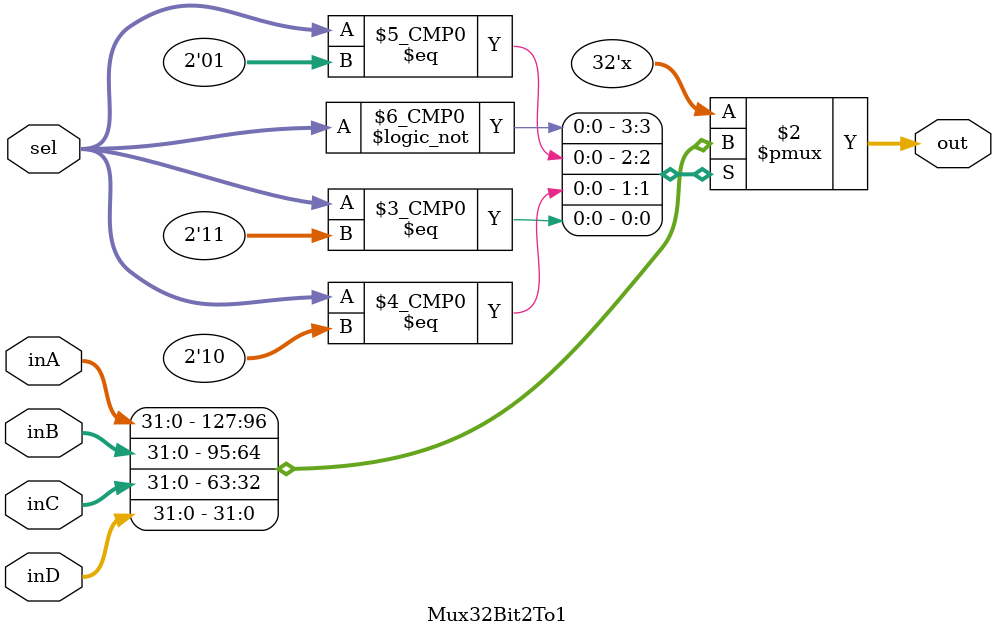
<source format=v>
`timescale 1ns / 1ps


module Mux32Bit2To1(out, inA, inB, inC, inD, sel);

    output reg [31:0] out;
    
    input [31:0] inA;
    input [31:0] inB;
    input [31:0] inC;
    input [31:0] inD;
    input [1:0] sel;

    /* Fill in the implementation here ... */
 always @ (sel or inA or inB or inC or inD)
      begin : mux
       case(sel ) 
          2'b00 : out = inA; // if sel = 0, then input A
          2'b01 : out = inB; //if sel = 1,then input B
          2'b10 : out = inC; //if sel = 1,then input B
          2'b11 : out = inD; //if sel = 1,then input B
       endcase 
      end
endmodule

</source>
